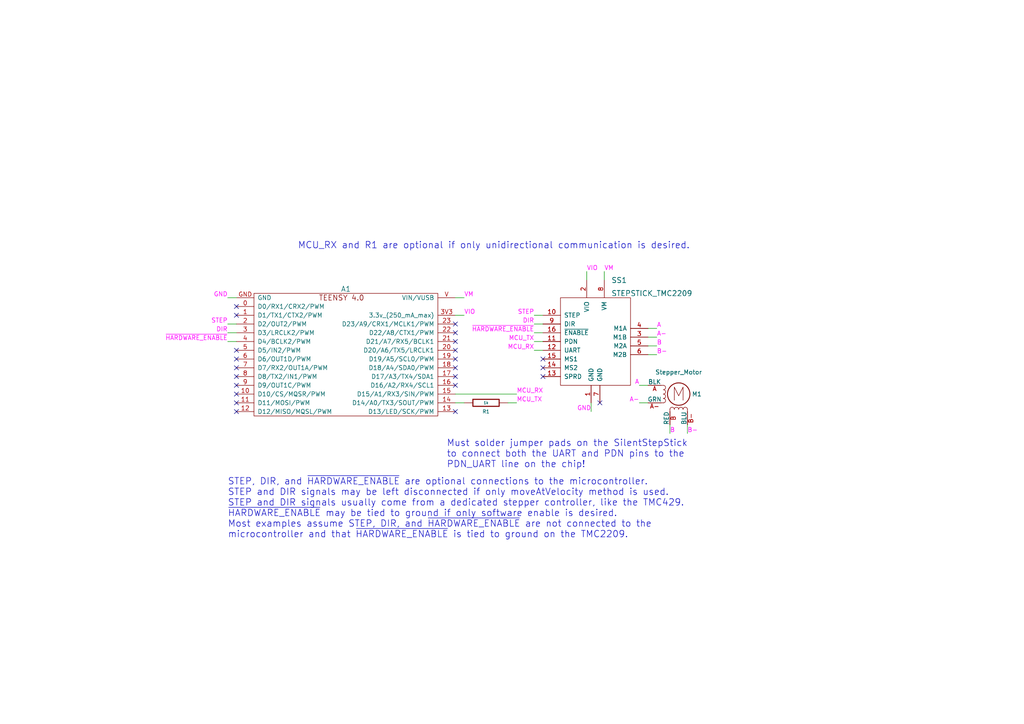
<source format=kicad_sch>
(kicad_sch (version 20230121) (generator eeschema)
  (paper "A4")
  (title_block (title "Trinamic Wiring") (date "2023-08-01") (rev "0.4") (company "Janelia Research Campus"))
  (lib_symbols
    (symbol "Janelia:1k_0805" (pin_numbers hide) (pin_names (offset 0))
      (property "Reference" "R" (at 2.032 0 90))
      (property "Value" "1k_0805" (at 0 0 90))
      (symbol "1k_0805_0_1"
        (rectangle (start -1.016 3.81) (end 1.016 -3.81) (stroke (width 0.3048)))
      )
      (symbol "1k_0805_1_1"
        (pin passive line (at 0 6.35 270) (length 2.54) (name "~") (number "1"))
        (pin passive line (at 0 -6.35 90) (length 2.54) (name "~") (number "2"))
      )
    )
    (symbol "Janelia:STEPSTICK_TMC2209" (pin_names (offset 1.016))
      (property "Reference" "SS" (at 0 -24.13 0))
      (property "Value" "STEPSTICK_TMC2209" (at 0 24.13 0))
      (symbol "STEPSTICK_TMC2209_0_1"
        (rectangle (start -10.16 12.7) (end 10.16 -12.7))
      )
      (symbol "STEPSTICK_TMC2209_1_1"
        (pin power_in line (at -1.27 -17.78 90) (length 5.08) (name "GND") (number "1"))
        (pin input line (at -15.24 7.62 0) (length 5.08) (name "STEP") (number "10"))
        (pin bidirectional line (at -15.24 0 0) (length 5.08) (name "PDN") (number "11"))
        (pin bidirectional line (at -15.24 -2.54 0) (length 5.08) (name "UART") (number "12"))
        (pin input line (at -15.24 -10.16 0) (length 5.08) (name "SPRD") (number "13"))
        (pin input line (at -15.24 -7.62 0) (length 5.08) (name "MS2") (number "14"))
        (pin input line (at -15.24 -5.08 0) (length 5.08) (name "MS1") (number "15"))
        (pin input line (at -15.24 2.54 0) (length 5.08) (name "~{ENABLE}") (number "16"))
        (pin power_in line (at -2.54 17.78 270) (length 5.08) (name "VIO") (number "2"))
        (pin power_out line (at 15.24 1.27 180) (length 5.08) (name "M1B") (number "3"))
        (pin power_out line (at 15.24 3.81 180) (length 5.08) (name "M1A") (number "4"))
        (pin power_out line (at 15.24 -1.27 180) (length 5.08) (name "M2A") (number "5"))
        (pin power_out line (at 15.24 -3.81 180) (length 5.08) (name "M2B") (number "6"))
        (pin power_in line (at 1.27 -17.78 90) (length 5.08) (name "GND") (number "7"))
        (pin power_in line (at 2.54 17.78 270) (length 5.08) (name "VM") (number "8"))
        (pin input line (at -15.24 5.08 0) (length 5.08) (name "DIR") (number "9"))
      )
    )
    (symbol "Janelia:Stepper_Motor_QSH2818-32-07-006" (pin_names (offset 0))
      (property "Reference" "M" (at 3.81 0 0))
      (property "Value" "Stepper_Motor_QSH2818-32-07-006" (at 0 6.35 0))
      (symbol "Stepper_Motor_QSH2818-32-07-006_0_0"
        (polyline (pts (xy -1.27 -1.778) (xy -1.27 2.032) (xy 0 -0.508) (xy 1.27 2.032) (xy 1.27 -1.778)))
      )
      (symbol "Stepper_Motor_QSH2818-32-07-006_0_1"
        (arc (start -4.445 -2.54) (mid -3.8127 -1.905) (end -4.445 -1.27))
        (arc (start -4.445 -1.27) (mid -3.8127 -0.635) (end -4.445 0))
        (arc (start -4.445 0) (mid -3.8127 0.635) (end -4.445 1.27))
        (arc (start -4.445 1.27) (mid -3.8127 1.905) (end -4.445 2.54))
        (arc (start -1.27 -4.445) (mid -1.905 -3.8127) (end -2.54 -4.445))
        (arc (start 0 -4.445) (mid -0.635 -3.8127) (end -1.27 -4.445))
        (polyline (pts (xy -5.08 -2.54) (xy -4.445 -2.54)))
        (polyline (pts (xy -5.08 2.54) (xy -4.445 2.54)))
        (polyline (pts (xy -2.54 -5.08) (xy -2.54 -4.445)))
        (polyline (pts (xy 2.54 -5.08) (xy 2.54 -4.445)))
        (circle (center 0 0) (radius 3.2512) (stroke (width 0.254)))
        (arc (start 1.27 -4.445) (mid 0.635 -3.8127) (end 0 -4.445))
        (arc (start 2.54 -4.445) (mid 1.905 -3.8127) (end 1.27 -4.445))
      )
      (symbol "Stepper_Motor_QSH2818-32-07-006_1_1"
        (pin passive line (at -8.89 2.54 0) (length 3.81) (name "BLK") (number "A"))
        (pin passive line (at -8.89 -2.54 0) (length 3.81) (name "GRN") (number "A-"))
        (pin passive line (at -2.54 -8.89 90) (length 3.81) (name "RED") (number "B"))
        (pin passive line (at 2.54 -8.89 90) (length 3.81) (name "BLU") (number "B-"))
      )
    )
    (symbol "Janelia:TEENSY_4.0_HEADERS" (pin_names (offset 1.016))
      (property "Reference" "A" (at 0 19.05 0))
      (symbol "TEENSY_4.0_HEADERS_0_1"
        (rectangle (start -26.67 17.78) (end 26.67 -17.78))
      )
      (symbol "TEENSY_4.0_HEADERS_1_1"
        (text "TEENSY 4.0" (at -1.27 16.51 0) (effects (font (size 1.524 1.524))))
        (pin bidirectional line (at -31.75 13.97 0) (length 5.08) (name "D0/RX1/CRX2/PWM") (number "0"))
        (pin bidirectional line (at -31.75 11.43 0) (length 5.08) (name "D1/TX1/CTX2/PWM") (number "1"))
        (pin bidirectional line (at -31.75 -11.43 0) (length 5.08) (name "D10/CS/MQSR/PWM") (number "10"))
        (pin bidirectional line (at -31.75 -13.97 0) (length 5.08) (name "D11/MOSI/PWM") (number "11"))
        (pin bidirectional line (at -31.75 -16.51 0) (length 5.08) (name "D12/MISO/MQSL/PWM") (number "12"))
        (pin bidirectional line (at 31.75 -16.51 180) (length 5.08) (name "D13/LED/SCK/PWM") (number "13"))
        (pin passive line (at 31.75 -13.97 180) (length 5.08) (name "D14/A0/TX3/SOUT/PWM") (number "14"))
        (pin passive line (at 31.75 -11.43 180) (length 5.08) (name "D15/A1/RX3/SIN/PWM") (number "15"))
        (pin passive line (at 31.75 -8.89 180) (length 5.08) (name "D16/A2/RX4/SCL1") (number "16"))
        (pin passive line (at 31.75 -6.35 180) (length 5.08) (name "D17/A3/TX4/SDA1") (number "17"))
        (pin passive line (at 31.75 -3.81 180) (length 5.08) (name "D18/A4/SDA0/PWM") (number "18"))
        (pin passive line (at 31.75 -1.27 180) (length 5.08) (name "D19/A5/SCL0/PWM") (number "19"))
        (pin bidirectional line (at -31.75 8.89 0) (length 5.08) (name "D2/OUT2/PWM") (number "2"))
        (pin passive line (at 31.75 1.27 180) (length 5.08) (name "D20/A6/TX5/LRCLK1") (number "20"))
        (pin passive line (at 31.75 3.81 180) (length 5.08) (name "D21/A7/RX5/BCLK1") (number "21"))
        (pin passive line (at 31.75 6.35 180) (length 5.08) (name "D22/A8/CTX1/PWM") (number "22"))
        (pin passive line (at 31.75 8.89 180) (length 5.08) (name "D23/A9/CRX1/MCLK1/PWM") (number "23"))
        (pin bidirectional line (at -31.75 6.35 0) (length 5.08) (name "D3/LRCLK2/PWM") (number "3"))
        (pin power_out line (at 31.75 11.43 180) (length 5.08) (name "3.3v_(250_mA_max)") (number "3V3"))
        (pin bidirectional line (at -31.75 3.81 0) (length 5.08) (name "D4/BCLK2/PWM") (number "4"))
        (pin bidirectional line (at -31.75 1.27 0) (length 5.08) (name "D5/IN2/PWM") (number "5"))
        (pin bidirectional line (at -31.75 -1.27 0) (length 5.08) (name "D6/OUT1D/PWM") (number "6"))
        (pin bidirectional line (at -31.75 -3.81 0) (length 5.08) (name "D7/RX2/OUT1A/PWM") (number "7"))
        (pin bidirectional line (at -31.75 -6.35 0) (length 5.08) (name "D8/TX2/IN1/PWM") (number "8"))
        (pin bidirectional line (at -31.75 -8.89 0) (length 5.08) (name "D9/OUT1C/PWM") (number "9"))
        (pin passive line (at -31.75 16.51 0) (length 5.08) (name "GND") (number "GND"))
        (pin passive line (at 31.75 16.51 180) (length 5.08) (name "VIN/VUSB") (number "V"))
      )
    )
  )
  (no_connect (at 173.99 116.84))
  (no_connect (at 157.48 106.68))
  (no_connect (at 68.58 88.9))
  (no_connect (at 68.58 104.14))
  (no_connect (at 68.58 101.6))
  (no_connect (at 68.58 106.68))
  (no_connect (at 68.58 109.22))
  (no_connect (at 68.58 111.76))
  (no_connect (at 68.58 114.3))
  (no_connect (at 68.58 116.84))
  (no_connect (at 68.58 119.38))
  (no_connect (at 132.08 96.52))
  (no_connect (at 132.08 93.98))
  (no_connect (at 132.08 119.38))
  (no_connect (at 132.08 111.76))
  (no_connect (at 132.08 109.22))
  (no_connect (at 132.08 106.68))
  (no_connect (at 132.08 104.14))
  (no_connect (at 132.08 101.6))
  (no_connect (at 132.08 99.06))
  (no_connect (at 157.48 109.22))
  (no_connect (at 157.48 104.14))
  (no_connect (at 68.58 91.44))
  (wire (pts (xy 132.08 86.36) (xy 134.62 86.36)))
  (wire (pts (xy 154.94 101.6) (xy 157.48 101.6)))
  (wire (pts (xy 185.42 111.76) (xy 187.96 111.76)))
  (wire (pts (xy 66.04 93.98) (xy 68.58 93.98)))
  (wire (pts (xy 66.04 96.52) (xy 68.58 96.52)))
  (wire (pts (xy 154.94 91.44) (xy 157.48 91.44)))
  (wire (pts (xy 170.18 78.74) (xy 170.18 81.28)))
  (wire (pts (xy 194.31 123.19) (xy 194.31 125.73)))
  (wire (pts (xy 68.58 86.36) (xy 66.04 86.36)))
  (wire (pts (xy 187.96 95.25) (xy 190.5 95.25)))
  (wire (pts (xy 187.96 102.87) (xy 190.5 102.87)))
  (wire (pts (xy 154.94 93.98) (xy 157.48 93.98)))
  (wire (pts (xy 185.42 116.84) (xy 187.96 116.84)))
  (wire (pts (xy 132.08 116.84) (xy 134.62 116.84)))
  (wire (pts (xy 171.45 116.84) (xy 171.45 119.38)))
  (wire (pts (xy 187.96 97.79) (xy 190.5 97.79)))
  (wire (pts (xy 154.94 99.06) (xy 157.48 99.06)))
  (wire (pts (xy 199.39 123.19) (xy 199.39 125.73)))
  (wire (pts (xy 132.08 91.44) (xy 134.62 91.44)))
  (wire (pts (xy 149.86 116.84) (xy 147.32 116.84)))
  (wire (pts (xy 187.96 100.33) (xy 190.5 100.33)))
  (wire (pts (xy 132.08 114.3) (xy 149.86 114.3)))
  (wire (pts (xy 154.94 96.52) (xy 157.48 96.52)))
  (wire (pts (xy 175.26 78.74) (xy 175.26 81.28)))
  (wire (pts (xy 66.04 99.06) (xy 68.58 99.06)))
  (text "MCU_RX and R1 are optional if only unidirectional communication is desired." (at 86.36 72.39 0) (effects (font (size 1.905 1.905)) (justify left bottom)))
  (text "STEP, DIR, and ~{HARDWARE_ENABLE} are optional connections to the microcontroller.\nSTEP and DIR signals may be left disconnected if only moveAtVelocity method is used.\nSTEP and DIR signals usually come from a dedicated stepper controller, like the TMC429.\n~{HARDWARE_ENABLE} may be tied to ground if only software enable is desired.\nMost examples assume STEP, DIR, and ~{HARDWARE_ENABLE} are not connected to the\nmicrocontroller and that ~{HARDWARE_ENABLE} is tied to ground on the TMC2209." (at 66.04 156.21 0) (effects (font (size 1.905 1.905)) (justify left bottom)))
  (text "Must solder jumper pads on the SilentStepStick\nto connect both the UART and PDN pins to the\nPDN_UART line on the chip!" (at 129.54 135.89 0) (effects (font (size 1.905 1.905)) (justify left bottom)))
  (label "A" (at 185.42 111.76 180))
  (label "GND" (at 171.45 119.38 180))
  (label "DIR" (at 154.94 93.98 180))
  (label "MCU_TX" (at 149.86 116.84 0))
  (label "A" (at 190.5 95.25 0))
  (label "~{HARDWARE_ENABLE}" (at 66.04 99.06 180))
  (label "MCU_RX" (at 154.94 101.6 180))
  (label "VM" (at 175.26 78.74 0))
  (label "~{HARDWARE_ENABLE}" (at 154.94 96.52 180))
  (label "B" (at 194.31 125.73 0))
  (label "B-" (at 199.39 125.73 0))
  (label "VIO" (at 170.18 78.74 0))
  (label "DIR" (at 66.04 96.52 180))
  (label "B-" (at 190.5 102.87 0))
  (label "B" (at 190.5 100.33 0))
  (label "VIO" (at 134.62 91.44 0))
  (label "A-" (at 185.42 116.84 180))
  (label "STEP" (at 66.04 93.98 180))
  (label "GND" (at 66.04 86.36 180))
  (label "VM" (at 134.62 86.36 0))
  (label "STEP" (at 154.94 91.44 180))
  (label "A-" (at 190.5 97.79 0))
  (label "MCU_TX" (at 154.94 99.06 180))
  (label "MCU_RX" (at 149.86 114.3 0))
  (symbol (lib_id "Janelia:STEPSTICK_TMC2209") (at 172.72 99.06 0) (unit 1)
    (property "Reference" "SS1" (at 177.2794 81.28 0) (effects (font (size 1.524 1.524)) (justify left)))
    (property "Value" "STEPSTICK_TMC2209" (at 177.2794 85.09 0) (effects (font (size 1.524 1.524)) (justify left)))
    (property "Footprint" "footprints:STEPSTICK_TMC2209" (effects hide))
    (property "Vendor" "Digi-Key" (effects hide))
    (property "Vendor Part Number" "ED90331-ND" (effects hide))
    (property "Description" "CONN PIN RCPT .025-.037 SOLDER" (effects hide))
    (property "Quantity" "16" (effects hide))
    (property "Manufacturer" "Mill-Max Manufacturing Corp." (effects hide))
    (property "Manufacturer Part Number" "0305-0-15-15-47-27-10-0" (effects hide))
  )
  (symbol (lib_id "Janelia:TEENSY_4.0_HEADERS") (at 100.33 102.87 0) (unit 1)
    (property "Reference" "A1" (at 100.33 83.82 0) (effects (font (size 1.524 1.524))))
    (property "Value" "TEENSY_4.0_HEADERS" (effects hide))
    (property "Footprint" "Janelia:TEENSY_4.0_HEADERS" (effects hide))
    (property "Vendor" "Digi-Key" (effects hide))
    (property "Vendor Part Number" "S7047-ND" (effects hide))
    (property "Description" "CONN HDR 14POS 0.1 GOLD PCB" (effects hide))
    (property "Manufacturer" "Sullins Connector Solutions" (effects hide))
    (property "Manufacturer Part Number" "PPPC141LFBN-RC" (effects hide))
    (property "Sim.Enable" "0" (effects hide))
  )
  (symbol (lib_id "Janelia:1k_0805") (at 140.97 116.84 270) (unit 1)
    (property "Reference" "R1" (at 140.97 119.38 90) (effects (font (size 1.016 1.016))))
    (property "Value" "1k" (at 140.97 116.84 90) (effects (font (size 0.762 0.762))))
    (property "Footprint" "footprints:SM0805" (effects hide))
    (property "Vendor" "Digi-Key" (effects hide))
    (property "Vendor Part Number" "P1.00KCCT-ND" (effects hide))
    (property "Description" "RES SMD 1K OHM 1% 1/8W" (effects hide))
    (property "Package" "0805" (effects hide))
  )
  (symbol (lib_id "Janelia:Stepper_Motor_QSH2818-32-07-006") (at 196.85 114.3 0) (unit 1)
    (property "Reference" "M1" (at 200.66 114.3 0) (effects (justify left)))
    (property "Value" "Stepper_Motor" (at 196.85 107.95 0))
    (property "Manufacturer" "Trinamic Motion Control" (effects hide))
    (property "Manufacturer Part Number" "QSH2818-32-07-006" (effects hide))
    (property "Vendor" "Digi-Key" (effects hide))
    (property "Vendor Part Number" "1460-1072-ND" (effects hide))
  )
)
</source>
